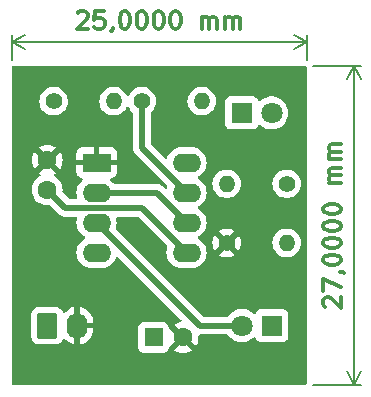
<source format=gbr>
%TF.GenerationSoftware,KiCad,Pcbnew,7.0.5-1.fc38*%
%TF.CreationDate,2023-06-17T15:27:28+03:00*%
%TF.ProjectId,flip flop 555,666c6970-2066-46c6-9f70-203535352e6b,1.0*%
%TF.SameCoordinates,Original*%
%TF.FileFunction,Copper,L1,Top*%
%TF.FilePolarity,Positive*%
%FSLAX46Y46*%
G04 Gerber Fmt 4.6, Leading zero omitted, Abs format (unit mm)*
G04 Created by KiCad (PCBNEW 7.0.5-1.fc38) date 2023-06-17 15:27:28*
%MOMM*%
%LPD*%
G01*
G04 APERTURE LIST*
G04 Aperture macros list*
%AMRoundRect*
0 Rectangle with rounded corners*
0 $1 Rounding radius*
0 $2 $3 $4 $5 $6 $7 $8 $9 X,Y pos of 4 corners*
0 Add a 4 corners polygon primitive as box body*
4,1,4,$2,$3,$4,$5,$6,$7,$8,$9,$2,$3,0*
0 Add four circle primitives for the rounded corners*
1,1,$1+$1,$2,$3*
1,1,$1+$1,$4,$5*
1,1,$1+$1,$6,$7*
1,1,$1+$1,$8,$9*
0 Add four rect primitives between the rounded corners*
20,1,$1+$1,$2,$3,$4,$5,0*
20,1,$1+$1,$4,$5,$6,$7,0*
20,1,$1+$1,$6,$7,$8,$9,0*
20,1,$1+$1,$8,$9,$2,$3,0*%
G04 Aperture macros list end*
%ADD10C,0.300000*%
%TA.AperFunction,NonConductor*%
%ADD11C,0.300000*%
%TD*%
%TA.AperFunction,NonConductor*%
%ADD12C,0.200000*%
%TD*%
%TA.AperFunction,ComponentPad*%
%ADD13O,2.400000X1.600000*%
%TD*%
%TA.AperFunction,ComponentPad*%
%ADD14R,2.400000X1.600000*%
%TD*%
%TA.AperFunction,ComponentPad*%
%ADD15O,1.400000X1.400000*%
%TD*%
%TA.AperFunction,ComponentPad*%
%ADD16C,1.400000*%
%TD*%
%TA.AperFunction,ComponentPad*%
%ADD17O,1.740000X2.190000*%
%TD*%
%TA.AperFunction,ComponentPad*%
%ADD18RoundRect,0.250000X-0.620000X-0.845000X0.620000X-0.845000X0.620000X0.845000X-0.620000X0.845000X0*%
%TD*%
%TA.AperFunction,ComponentPad*%
%ADD19R,1.800000X1.800000*%
%TD*%
%TA.AperFunction,ComponentPad*%
%ADD20C,1.800000*%
%TD*%
%TA.AperFunction,ComponentPad*%
%ADD21C,1.600000*%
%TD*%
%TA.AperFunction,ComponentPad*%
%ADD22R,1.600000X1.600000*%
%TD*%
%TA.AperFunction,Conductor*%
%ADD23C,0.500000*%
%TD*%
G04 APERTURE END LIST*
D10*
D11*
X155521185Y-96428569D02*
X155449757Y-96357141D01*
X155449757Y-96357141D02*
X155378328Y-96214284D01*
X155378328Y-96214284D02*
X155378328Y-95857141D01*
X155378328Y-95857141D02*
X155449757Y-95714284D01*
X155449757Y-95714284D02*
X155521185Y-95642855D01*
X155521185Y-95642855D02*
X155664042Y-95571426D01*
X155664042Y-95571426D02*
X155806900Y-95571426D01*
X155806900Y-95571426D02*
X156021185Y-95642855D01*
X156021185Y-95642855D02*
X156878328Y-96499998D01*
X156878328Y-96499998D02*
X156878328Y-95571426D01*
X155378328Y-95071427D02*
X155378328Y-94071427D01*
X155378328Y-94071427D02*
X156878328Y-94714284D01*
X156806900Y-93428570D02*
X156878328Y-93428570D01*
X156878328Y-93428570D02*
X157021185Y-93499999D01*
X157021185Y-93499999D02*
X157092614Y-93571427D01*
X155378328Y-92499998D02*
X155378328Y-92357141D01*
X155378328Y-92357141D02*
X155449757Y-92214284D01*
X155449757Y-92214284D02*
X155521185Y-92142856D01*
X155521185Y-92142856D02*
X155664042Y-92071427D01*
X155664042Y-92071427D02*
X155949757Y-91999998D01*
X155949757Y-91999998D02*
X156306900Y-91999998D01*
X156306900Y-91999998D02*
X156592614Y-92071427D01*
X156592614Y-92071427D02*
X156735471Y-92142856D01*
X156735471Y-92142856D02*
X156806900Y-92214284D01*
X156806900Y-92214284D02*
X156878328Y-92357141D01*
X156878328Y-92357141D02*
X156878328Y-92499998D01*
X156878328Y-92499998D02*
X156806900Y-92642856D01*
X156806900Y-92642856D02*
X156735471Y-92714284D01*
X156735471Y-92714284D02*
X156592614Y-92785713D01*
X156592614Y-92785713D02*
X156306900Y-92857141D01*
X156306900Y-92857141D02*
X155949757Y-92857141D01*
X155949757Y-92857141D02*
X155664042Y-92785713D01*
X155664042Y-92785713D02*
X155521185Y-92714284D01*
X155521185Y-92714284D02*
X155449757Y-92642856D01*
X155449757Y-92642856D02*
X155378328Y-92499998D01*
X155378328Y-91071427D02*
X155378328Y-90928570D01*
X155378328Y-90928570D02*
X155449757Y-90785713D01*
X155449757Y-90785713D02*
X155521185Y-90714285D01*
X155521185Y-90714285D02*
X155664042Y-90642856D01*
X155664042Y-90642856D02*
X155949757Y-90571427D01*
X155949757Y-90571427D02*
X156306900Y-90571427D01*
X156306900Y-90571427D02*
X156592614Y-90642856D01*
X156592614Y-90642856D02*
X156735471Y-90714285D01*
X156735471Y-90714285D02*
X156806900Y-90785713D01*
X156806900Y-90785713D02*
X156878328Y-90928570D01*
X156878328Y-90928570D02*
X156878328Y-91071427D01*
X156878328Y-91071427D02*
X156806900Y-91214285D01*
X156806900Y-91214285D02*
X156735471Y-91285713D01*
X156735471Y-91285713D02*
X156592614Y-91357142D01*
X156592614Y-91357142D02*
X156306900Y-91428570D01*
X156306900Y-91428570D02*
X155949757Y-91428570D01*
X155949757Y-91428570D02*
X155664042Y-91357142D01*
X155664042Y-91357142D02*
X155521185Y-91285713D01*
X155521185Y-91285713D02*
X155449757Y-91214285D01*
X155449757Y-91214285D02*
X155378328Y-91071427D01*
X155378328Y-89642856D02*
X155378328Y-89499999D01*
X155378328Y-89499999D02*
X155449757Y-89357142D01*
X155449757Y-89357142D02*
X155521185Y-89285714D01*
X155521185Y-89285714D02*
X155664042Y-89214285D01*
X155664042Y-89214285D02*
X155949757Y-89142856D01*
X155949757Y-89142856D02*
X156306900Y-89142856D01*
X156306900Y-89142856D02*
X156592614Y-89214285D01*
X156592614Y-89214285D02*
X156735471Y-89285714D01*
X156735471Y-89285714D02*
X156806900Y-89357142D01*
X156806900Y-89357142D02*
X156878328Y-89499999D01*
X156878328Y-89499999D02*
X156878328Y-89642856D01*
X156878328Y-89642856D02*
X156806900Y-89785714D01*
X156806900Y-89785714D02*
X156735471Y-89857142D01*
X156735471Y-89857142D02*
X156592614Y-89928571D01*
X156592614Y-89928571D02*
X156306900Y-89999999D01*
X156306900Y-89999999D02*
X155949757Y-89999999D01*
X155949757Y-89999999D02*
X155664042Y-89928571D01*
X155664042Y-89928571D02*
X155521185Y-89857142D01*
X155521185Y-89857142D02*
X155449757Y-89785714D01*
X155449757Y-89785714D02*
X155378328Y-89642856D01*
X155378328Y-88214285D02*
X155378328Y-88071428D01*
X155378328Y-88071428D02*
X155449757Y-87928571D01*
X155449757Y-87928571D02*
X155521185Y-87857143D01*
X155521185Y-87857143D02*
X155664042Y-87785714D01*
X155664042Y-87785714D02*
X155949757Y-87714285D01*
X155949757Y-87714285D02*
X156306900Y-87714285D01*
X156306900Y-87714285D02*
X156592614Y-87785714D01*
X156592614Y-87785714D02*
X156735471Y-87857143D01*
X156735471Y-87857143D02*
X156806900Y-87928571D01*
X156806900Y-87928571D02*
X156878328Y-88071428D01*
X156878328Y-88071428D02*
X156878328Y-88214285D01*
X156878328Y-88214285D02*
X156806900Y-88357143D01*
X156806900Y-88357143D02*
X156735471Y-88428571D01*
X156735471Y-88428571D02*
X156592614Y-88500000D01*
X156592614Y-88500000D02*
X156306900Y-88571428D01*
X156306900Y-88571428D02*
X155949757Y-88571428D01*
X155949757Y-88571428D02*
X155664042Y-88500000D01*
X155664042Y-88500000D02*
X155521185Y-88428571D01*
X155521185Y-88428571D02*
X155449757Y-88357143D01*
X155449757Y-88357143D02*
X155378328Y-88214285D01*
X156878328Y-85928572D02*
X155878328Y-85928572D01*
X156021185Y-85928572D02*
X155949757Y-85857143D01*
X155949757Y-85857143D02*
X155878328Y-85714286D01*
X155878328Y-85714286D02*
X155878328Y-85500000D01*
X155878328Y-85500000D02*
X155949757Y-85357143D01*
X155949757Y-85357143D02*
X156092614Y-85285715D01*
X156092614Y-85285715D02*
X156878328Y-85285715D01*
X156092614Y-85285715D02*
X155949757Y-85214286D01*
X155949757Y-85214286D02*
X155878328Y-85071429D01*
X155878328Y-85071429D02*
X155878328Y-84857143D01*
X155878328Y-84857143D02*
X155949757Y-84714286D01*
X155949757Y-84714286D02*
X156092614Y-84642857D01*
X156092614Y-84642857D02*
X156878328Y-84642857D01*
X156878328Y-83928572D02*
X155878328Y-83928572D01*
X156021185Y-83928572D02*
X155949757Y-83857143D01*
X155949757Y-83857143D02*
X155878328Y-83714286D01*
X155878328Y-83714286D02*
X155878328Y-83500000D01*
X155878328Y-83500000D02*
X155949757Y-83357143D01*
X155949757Y-83357143D02*
X156092614Y-83285715D01*
X156092614Y-83285715D02*
X156878328Y-83285715D01*
X156092614Y-83285715D02*
X155949757Y-83214286D01*
X155949757Y-83214286D02*
X155878328Y-83071429D01*
X155878328Y-83071429D02*
X155878328Y-82857143D01*
X155878328Y-82857143D02*
X155949757Y-82714286D01*
X155949757Y-82714286D02*
X156092614Y-82642857D01*
X156092614Y-82642857D02*
X156878328Y-82642857D01*
D12*
X154500000Y-103000000D02*
X158586420Y-103000000D01*
X154500000Y-76000000D02*
X158586420Y-76000000D01*
X158000000Y-103000000D02*
X158000000Y-76000000D01*
X158000000Y-103000000D02*
X158000000Y-76000000D01*
X158000000Y-103000000D02*
X157413579Y-101873496D01*
X158000000Y-103000000D02*
X158586421Y-101873496D01*
X158000000Y-76000000D02*
X158586421Y-77126504D01*
X158000000Y-76000000D02*
X157413579Y-77126504D01*
D10*
D11*
X134571430Y-71521185D02*
X134642858Y-71449757D01*
X134642858Y-71449757D02*
X134785716Y-71378328D01*
X134785716Y-71378328D02*
X135142858Y-71378328D01*
X135142858Y-71378328D02*
X135285716Y-71449757D01*
X135285716Y-71449757D02*
X135357144Y-71521185D01*
X135357144Y-71521185D02*
X135428573Y-71664042D01*
X135428573Y-71664042D02*
X135428573Y-71806900D01*
X135428573Y-71806900D02*
X135357144Y-72021185D01*
X135357144Y-72021185D02*
X134500001Y-72878328D01*
X134500001Y-72878328D02*
X135428573Y-72878328D01*
X136785715Y-71378328D02*
X136071429Y-71378328D01*
X136071429Y-71378328D02*
X136000001Y-72092614D01*
X136000001Y-72092614D02*
X136071429Y-72021185D01*
X136071429Y-72021185D02*
X136214287Y-71949757D01*
X136214287Y-71949757D02*
X136571429Y-71949757D01*
X136571429Y-71949757D02*
X136714287Y-72021185D01*
X136714287Y-72021185D02*
X136785715Y-72092614D01*
X136785715Y-72092614D02*
X136857144Y-72235471D01*
X136857144Y-72235471D02*
X136857144Y-72592614D01*
X136857144Y-72592614D02*
X136785715Y-72735471D01*
X136785715Y-72735471D02*
X136714287Y-72806900D01*
X136714287Y-72806900D02*
X136571429Y-72878328D01*
X136571429Y-72878328D02*
X136214287Y-72878328D01*
X136214287Y-72878328D02*
X136071429Y-72806900D01*
X136071429Y-72806900D02*
X136000001Y-72735471D01*
X137571429Y-72806900D02*
X137571429Y-72878328D01*
X137571429Y-72878328D02*
X137500000Y-73021185D01*
X137500000Y-73021185D02*
X137428572Y-73092614D01*
X138500001Y-71378328D02*
X138642858Y-71378328D01*
X138642858Y-71378328D02*
X138785715Y-71449757D01*
X138785715Y-71449757D02*
X138857144Y-71521185D01*
X138857144Y-71521185D02*
X138928572Y-71664042D01*
X138928572Y-71664042D02*
X139000001Y-71949757D01*
X139000001Y-71949757D02*
X139000001Y-72306900D01*
X139000001Y-72306900D02*
X138928572Y-72592614D01*
X138928572Y-72592614D02*
X138857144Y-72735471D01*
X138857144Y-72735471D02*
X138785715Y-72806900D01*
X138785715Y-72806900D02*
X138642858Y-72878328D01*
X138642858Y-72878328D02*
X138500001Y-72878328D01*
X138500001Y-72878328D02*
X138357144Y-72806900D01*
X138357144Y-72806900D02*
X138285715Y-72735471D01*
X138285715Y-72735471D02*
X138214286Y-72592614D01*
X138214286Y-72592614D02*
X138142858Y-72306900D01*
X138142858Y-72306900D02*
X138142858Y-71949757D01*
X138142858Y-71949757D02*
X138214286Y-71664042D01*
X138214286Y-71664042D02*
X138285715Y-71521185D01*
X138285715Y-71521185D02*
X138357144Y-71449757D01*
X138357144Y-71449757D02*
X138500001Y-71378328D01*
X139928572Y-71378328D02*
X140071429Y-71378328D01*
X140071429Y-71378328D02*
X140214286Y-71449757D01*
X140214286Y-71449757D02*
X140285715Y-71521185D01*
X140285715Y-71521185D02*
X140357143Y-71664042D01*
X140357143Y-71664042D02*
X140428572Y-71949757D01*
X140428572Y-71949757D02*
X140428572Y-72306900D01*
X140428572Y-72306900D02*
X140357143Y-72592614D01*
X140357143Y-72592614D02*
X140285715Y-72735471D01*
X140285715Y-72735471D02*
X140214286Y-72806900D01*
X140214286Y-72806900D02*
X140071429Y-72878328D01*
X140071429Y-72878328D02*
X139928572Y-72878328D01*
X139928572Y-72878328D02*
X139785715Y-72806900D01*
X139785715Y-72806900D02*
X139714286Y-72735471D01*
X139714286Y-72735471D02*
X139642857Y-72592614D01*
X139642857Y-72592614D02*
X139571429Y-72306900D01*
X139571429Y-72306900D02*
X139571429Y-71949757D01*
X139571429Y-71949757D02*
X139642857Y-71664042D01*
X139642857Y-71664042D02*
X139714286Y-71521185D01*
X139714286Y-71521185D02*
X139785715Y-71449757D01*
X139785715Y-71449757D02*
X139928572Y-71378328D01*
X141357143Y-71378328D02*
X141500000Y-71378328D01*
X141500000Y-71378328D02*
X141642857Y-71449757D01*
X141642857Y-71449757D02*
X141714286Y-71521185D01*
X141714286Y-71521185D02*
X141785714Y-71664042D01*
X141785714Y-71664042D02*
X141857143Y-71949757D01*
X141857143Y-71949757D02*
X141857143Y-72306900D01*
X141857143Y-72306900D02*
X141785714Y-72592614D01*
X141785714Y-72592614D02*
X141714286Y-72735471D01*
X141714286Y-72735471D02*
X141642857Y-72806900D01*
X141642857Y-72806900D02*
X141500000Y-72878328D01*
X141500000Y-72878328D02*
X141357143Y-72878328D01*
X141357143Y-72878328D02*
X141214286Y-72806900D01*
X141214286Y-72806900D02*
X141142857Y-72735471D01*
X141142857Y-72735471D02*
X141071428Y-72592614D01*
X141071428Y-72592614D02*
X141000000Y-72306900D01*
X141000000Y-72306900D02*
X141000000Y-71949757D01*
X141000000Y-71949757D02*
X141071428Y-71664042D01*
X141071428Y-71664042D02*
X141142857Y-71521185D01*
X141142857Y-71521185D02*
X141214286Y-71449757D01*
X141214286Y-71449757D02*
X141357143Y-71378328D01*
X142785714Y-71378328D02*
X142928571Y-71378328D01*
X142928571Y-71378328D02*
X143071428Y-71449757D01*
X143071428Y-71449757D02*
X143142857Y-71521185D01*
X143142857Y-71521185D02*
X143214285Y-71664042D01*
X143214285Y-71664042D02*
X143285714Y-71949757D01*
X143285714Y-71949757D02*
X143285714Y-72306900D01*
X143285714Y-72306900D02*
X143214285Y-72592614D01*
X143214285Y-72592614D02*
X143142857Y-72735471D01*
X143142857Y-72735471D02*
X143071428Y-72806900D01*
X143071428Y-72806900D02*
X142928571Y-72878328D01*
X142928571Y-72878328D02*
X142785714Y-72878328D01*
X142785714Y-72878328D02*
X142642857Y-72806900D01*
X142642857Y-72806900D02*
X142571428Y-72735471D01*
X142571428Y-72735471D02*
X142499999Y-72592614D01*
X142499999Y-72592614D02*
X142428571Y-72306900D01*
X142428571Y-72306900D02*
X142428571Y-71949757D01*
X142428571Y-71949757D02*
X142499999Y-71664042D01*
X142499999Y-71664042D02*
X142571428Y-71521185D01*
X142571428Y-71521185D02*
X142642857Y-71449757D01*
X142642857Y-71449757D02*
X142785714Y-71378328D01*
X145071427Y-72878328D02*
X145071427Y-71878328D01*
X145071427Y-72021185D02*
X145142856Y-71949757D01*
X145142856Y-71949757D02*
X145285713Y-71878328D01*
X145285713Y-71878328D02*
X145499999Y-71878328D01*
X145499999Y-71878328D02*
X145642856Y-71949757D01*
X145642856Y-71949757D02*
X145714285Y-72092614D01*
X145714285Y-72092614D02*
X145714285Y-72878328D01*
X145714285Y-72092614D02*
X145785713Y-71949757D01*
X145785713Y-71949757D02*
X145928570Y-71878328D01*
X145928570Y-71878328D02*
X146142856Y-71878328D01*
X146142856Y-71878328D02*
X146285713Y-71949757D01*
X146285713Y-71949757D02*
X146357142Y-72092614D01*
X146357142Y-72092614D02*
X146357142Y-72878328D01*
X147071427Y-72878328D02*
X147071427Y-71878328D01*
X147071427Y-72021185D02*
X147142856Y-71949757D01*
X147142856Y-71949757D02*
X147285713Y-71878328D01*
X147285713Y-71878328D02*
X147499999Y-71878328D01*
X147499999Y-71878328D02*
X147642856Y-71949757D01*
X147642856Y-71949757D02*
X147714285Y-72092614D01*
X147714285Y-72092614D02*
X147714285Y-72878328D01*
X147714285Y-72092614D02*
X147785713Y-71949757D01*
X147785713Y-71949757D02*
X147928570Y-71878328D01*
X147928570Y-71878328D02*
X148142856Y-71878328D01*
X148142856Y-71878328D02*
X148285713Y-71949757D01*
X148285713Y-71949757D02*
X148357142Y-72092614D01*
X148357142Y-72092614D02*
X148357142Y-72878328D01*
D12*
X129000000Y-75500000D02*
X129000000Y-73413580D01*
X154000000Y-75500000D02*
X154000000Y-73413580D01*
X129000000Y-74000000D02*
X154000000Y-74000000D01*
X129000000Y-74000000D02*
X154000000Y-74000000D01*
X129000000Y-74000000D02*
X130126504Y-73413579D01*
X129000000Y-74000000D02*
X130126504Y-74586421D01*
X154000000Y-74000000D02*
X152873496Y-74586421D01*
X154000000Y-74000000D02*
X152873496Y-73413579D01*
D13*
%TO.P,U1,8,VCC*%
%TO.N,+5V*%
X143795000Y-84200000D03*
%TO.P,U1,7,DIS*%
%TO.N,Net-(U1-DIS)*%
X143795000Y-86740000D03*
%TO.P,U1,6,THR*%
%TO.N,Net-(U1-THR)*%
X143795000Y-89280000D03*
%TO.P,U1,5,CV*%
%TO.N,Net-(U1-CV)*%
X143795000Y-91820000D03*
%TO.P,U1,4,R*%
%TO.N,+5V*%
X136175000Y-91820000D03*
%TO.P,U1,3,Q*%
%TO.N,Net-(D1-K)*%
X136175000Y-89280000D03*
%TO.P,U1,2,TR*%
%TO.N,Net-(U1-THR)*%
X136175000Y-86740000D03*
D14*
%TO.P,U1,1,GND*%
%TO.N,GND*%
X136175000Y-84200000D03*
%TD*%
D15*
%TO.P,R4,2*%
%TO.N,Net-(U1-DIS)*%
X137620000Y-79000000D03*
D16*
%TO.P,R4,1*%
%TO.N,Net-(U1-THR)*%
X132540000Y-79000000D03*
%TD*%
%TO.P,R3,1*%
%TO.N,Net-(U1-DIS)*%
X140000000Y-79000000D03*
D15*
%TO.P,R3,2*%
%TO.N,+5V*%
X145080000Y-79000000D03*
%TD*%
D16*
%TO.P,R2,1*%
%TO.N,GND*%
X147195000Y-91000000D03*
D15*
%TO.P,R2,2*%
%TO.N,Net-(D2-K)*%
X152275000Y-91000000D03*
%TD*%
D16*
%TO.P,R1,1*%
%TO.N,Net-(D1-A)*%
X152275000Y-86000000D03*
D15*
%TO.P,R1,2*%
%TO.N,+5V*%
X147195000Y-86000000D03*
%TD*%
D17*
%TO.P,J2,2,Pin_2*%
%TO.N,GND*%
X134540000Y-98000000D03*
D18*
%TO.P,J2,1,Pin_1*%
%TO.N,+5V*%
X132000000Y-98000000D03*
%TD*%
D19*
%TO.P,D2,1,K*%
%TO.N,Net-(D2-K)*%
X151010000Y-98000000D03*
D20*
%TO.P,D2,2,A*%
%TO.N,Net-(D1-K)*%
X148470000Y-98000000D03*
%TD*%
D19*
%TO.P,D1,1,K*%
%TO.N,Net-(D1-K)*%
X148460000Y-80000000D03*
D20*
%TO.P,D1,2,A*%
%TO.N,Net-(D1-A)*%
X151000000Y-80000000D03*
%TD*%
D21*
%TO.P,C3,2*%
%TO.N,GND*%
X132000000Y-84000000D03*
%TO.P,C3,1*%
%TO.N,Net-(U1-CV)*%
X132000000Y-86500000D03*
%TD*%
%TO.P,C2,2*%
%TO.N,GND*%
X143500000Y-99000000D03*
D22*
%TO.P,C2,1*%
%TO.N,Net-(U1-THR)*%
X141000000Y-99000000D03*
%TD*%
D23*
%TO.N,Net-(U1-THR)*%
X136175000Y-86740000D02*
X141255000Y-86740000D01*
X141255000Y-86740000D02*
X143795000Y-89280000D01*
%TO.N,Net-(U1-DIS)*%
X143795000Y-86740000D02*
X140000000Y-82945000D01*
X140000000Y-82945000D02*
X140000000Y-79000000D01*
%TO.N,Net-(U1-CV)*%
X132000000Y-86500000D02*
X133530000Y-88030000D01*
X140005000Y-88030000D02*
X143795000Y-91820000D01*
X133530000Y-88030000D02*
X140005000Y-88030000D01*
%TO.N,Net-(D1-K)*%
X136175000Y-89280000D02*
X144895000Y-98000000D01*
X144895000Y-98000000D02*
X148470000Y-98000000D01*
%TD*%
%TA.AperFunction,Conductor*%
%TO.N,GND*%
G36*
X153942539Y-76020185D02*
G01*
X153988294Y-76072989D01*
X153999500Y-76124500D01*
X153999500Y-102875500D01*
X153979815Y-102942539D01*
X153927011Y-102988294D01*
X153875500Y-102999500D01*
X129124500Y-102999500D01*
X129057461Y-102979815D01*
X129011706Y-102927011D01*
X129000500Y-102875500D01*
X129000500Y-98895001D01*
X130629500Y-98895001D01*
X130629501Y-98895018D01*
X130640000Y-98997796D01*
X130640001Y-98997799D01*
X130695185Y-99164331D01*
X130695187Y-99164336D01*
X130730069Y-99220888D01*
X130787288Y-99313656D01*
X130911344Y-99437712D01*
X131060666Y-99529814D01*
X131227203Y-99584999D01*
X131329991Y-99595500D01*
X132670008Y-99595499D01*
X132772797Y-99584999D01*
X132939334Y-99529814D01*
X133088656Y-99437712D01*
X133212712Y-99313656D01*
X133304814Y-99164334D01*
X133304817Y-99164322D01*
X133306095Y-99161584D01*
X133307480Y-99160010D01*
X133308605Y-99158187D01*
X133308916Y-99158379D01*
X133352263Y-99109141D01*
X133419455Y-99089983D01*
X133486338Y-99110193D01*
X133508005Y-99128179D01*
X133631603Y-99257139D01*
X133631604Y-99257140D01*
X133819097Y-99395810D01*
X134027338Y-99500803D01*
X134250330Y-99569093D01*
X134250328Y-99569093D01*
X134289999Y-99574173D01*
X134290000Y-99574173D01*
X134290000Y-98540469D01*
X134384674Y-98579685D01*
X134501003Y-98595000D01*
X134578997Y-98595000D01*
X134695326Y-98579685D01*
X134790000Y-98540469D01*
X134790000Y-99572574D01*
X134942618Y-99539683D01*
X134942619Y-99539683D01*
X135159005Y-99452732D01*
X135357592Y-99330458D01*
X135532656Y-99176382D01*
X135532660Y-99176378D01*
X135679157Y-98994945D01*
X135679161Y-98994939D01*
X135792895Y-98791346D01*
X135870585Y-98571461D01*
X135870587Y-98571453D01*
X135909999Y-98341612D01*
X135910000Y-98341603D01*
X135910000Y-98250000D01*
X135080470Y-98250000D01*
X135119685Y-98155326D01*
X135140134Y-98000000D01*
X135119685Y-97844674D01*
X135080470Y-97750000D01*
X135910000Y-97750000D01*
X135910000Y-97716805D01*
X135909999Y-97716787D01*
X135895177Y-97542636D01*
X135836412Y-97316948D01*
X135740356Y-97104447D01*
X135740351Y-97104439D01*
X135609764Y-96911228D01*
X135448396Y-96742860D01*
X135448395Y-96742859D01*
X135260902Y-96604189D01*
X135052661Y-96499196D01*
X134829675Y-96430907D01*
X134829669Y-96430906D01*
X134790000Y-96425825D01*
X134790000Y-97459530D01*
X134695326Y-97420315D01*
X134578997Y-97405000D01*
X134501003Y-97405000D01*
X134384674Y-97420315D01*
X134290000Y-97459530D01*
X134290000Y-96427424D01*
X134289999Y-96427424D01*
X134137380Y-96460316D01*
X134137379Y-96460316D01*
X133920994Y-96547267D01*
X133722407Y-96669541D01*
X133547343Y-96823617D01*
X133514899Y-96863798D01*
X133457468Y-96903590D01*
X133387640Y-96906015D01*
X133327586Y-96870304D01*
X133306036Y-96838290D01*
X133304816Y-96835674D01*
X133304814Y-96835666D01*
X133212712Y-96686344D01*
X133088656Y-96562288D01*
X132939334Y-96470186D01*
X132772797Y-96415001D01*
X132772795Y-96415000D01*
X132670010Y-96404500D01*
X131329998Y-96404500D01*
X131329981Y-96404501D01*
X131227203Y-96415000D01*
X131227200Y-96415001D01*
X131060668Y-96470185D01*
X131060663Y-96470187D01*
X130911342Y-96562289D01*
X130787289Y-96686342D01*
X130695187Y-96835663D01*
X130695185Y-96835668D01*
X130687894Y-96857671D01*
X130640001Y-97002203D01*
X130640001Y-97002204D01*
X130640000Y-97002204D01*
X130629500Y-97104983D01*
X130629500Y-98895001D01*
X129000500Y-98895001D01*
X129000500Y-86500001D01*
X130694532Y-86500001D01*
X130714364Y-86726686D01*
X130714366Y-86726697D01*
X130773258Y-86946488D01*
X130773261Y-86946497D01*
X130869431Y-87152732D01*
X130869432Y-87152734D01*
X130999954Y-87339141D01*
X131160858Y-87500045D01*
X131160861Y-87500047D01*
X131347266Y-87630568D01*
X131553504Y-87726739D01*
X131773308Y-87785635D01*
X131935230Y-87799801D01*
X131999998Y-87805468D01*
X132000000Y-87805468D01*
X132000001Y-87805468D01*
X132020062Y-87803712D01*
X132166861Y-87790869D01*
X132235359Y-87804635D01*
X132265348Y-87826716D01*
X132954270Y-88515638D01*
X132966051Y-88529270D01*
X132980388Y-88548528D01*
X133020409Y-88582111D01*
X133024397Y-88585766D01*
X133030217Y-88591586D01*
X133030222Y-88591590D01*
X133030223Y-88591591D01*
X133055263Y-88611390D01*
X133056644Y-88612515D01*
X133114786Y-88661302D01*
X133114787Y-88661302D01*
X133114789Y-88661304D01*
X133120818Y-88665270D01*
X133120785Y-88665319D01*
X133127147Y-88669372D01*
X133127179Y-88669321D01*
X133133319Y-88673108D01*
X133133323Y-88673111D01*
X133171278Y-88690809D01*
X133202137Y-88705200D01*
X133203760Y-88705986D01*
X133271562Y-88740038D01*
X133278357Y-88742511D01*
X133278336Y-88742567D01*
X133285457Y-88745043D01*
X133285476Y-88744986D01*
X133292319Y-88747253D01*
X133292327Y-88747257D01*
X133366748Y-88762623D01*
X133368371Y-88762983D01*
X133442279Y-88780500D01*
X133442280Y-88780500D01*
X133442284Y-88780501D01*
X133449453Y-88781339D01*
X133449446Y-88781398D01*
X133456944Y-88782164D01*
X133456950Y-88782105D01*
X133464139Y-88782734D01*
X133464143Y-88782733D01*
X133464144Y-88782734D01*
X133492229Y-88781916D01*
X133540032Y-88780526D01*
X133541835Y-88780500D01*
X134400863Y-88780500D01*
X134467902Y-88800185D01*
X134513657Y-88852989D01*
X134523601Y-88922147D01*
X134520638Y-88936593D01*
X134489366Y-89053302D01*
X134489364Y-89053313D01*
X134469532Y-89279998D01*
X134469532Y-89280001D01*
X134489364Y-89506686D01*
X134489366Y-89506697D01*
X134548258Y-89726488D01*
X134548261Y-89726497D01*
X134644431Y-89932732D01*
X134644432Y-89932734D01*
X134774954Y-90119141D01*
X134935858Y-90280045D01*
X134935861Y-90280047D01*
X135122266Y-90410568D01*
X135180275Y-90437618D01*
X135232714Y-90483791D01*
X135251866Y-90550984D01*
X135231650Y-90617865D01*
X135180275Y-90662382D01*
X135122267Y-90689431D01*
X135122265Y-90689432D01*
X134935858Y-90819954D01*
X134774954Y-90980858D01*
X134644432Y-91167265D01*
X134644431Y-91167267D01*
X134548261Y-91373502D01*
X134548258Y-91373511D01*
X134489366Y-91593302D01*
X134489364Y-91593313D01*
X134469532Y-91819998D01*
X134469532Y-91820001D01*
X134489364Y-92046686D01*
X134489366Y-92046697D01*
X134548258Y-92266488D01*
X134548261Y-92266497D01*
X134644431Y-92472732D01*
X134644432Y-92472734D01*
X134774954Y-92659141D01*
X134935858Y-92820045D01*
X134935861Y-92820047D01*
X135122266Y-92950568D01*
X135328504Y-93046739D01*
X135548308Y-93105635D01*
X135718214Y-93120499D01*
X135718215Y-93120500D01*
X135718216Y-93120500D01*
X136631785Y-93120500D01*
X136631785Y-93120499D01*
X136801692Y-93105635D01*
X137021496Y-93046739D01*
X137227734Y-92950568D01*
X137414139Y-92820047D01*
X137575047Y-92659139D01*
X137705568Y-92472734D01*
X137801739Y-92266496D01*
X137809208Y-92238619D01*
X137845571Y-92178960D01*
X137908417Y-92148429D01*
X137977792Y-92156722D01*
X138016664Y-92183031D01*
X143338822Y-97505189D01*
X143372307Y-97566512D01*
X143367323Y-97636204D01*
X143325451Y-97692137D01*
X143278372Y-97712520D01*
X143278624Y-97713458D01*
X143053682Y-97773730D01*
X143053673Y-97773734D01*
X142847513Y-97869868D01*
X142774526Y-97920973D01*
X143455599Y-98602046D01*
X143374852Y-98614835D01*
X143261955Y-98672359D01*
X143172359Y-98761955D01*
X143114835Y-98874852D01*
X143102046Y-98955599D01*
X142415798Y-98269351D01*
X142366805Y-98259505D01*
X142316623Y-98210889D01*
X142301981Y-98155366D01*
X142300900Y-98155423D01*
X142300854Y-98155429D01*
X142300853Y-98155426D01*
X142300676Y-98155436D01*
X142300499Y-98152135D01*
X142300499Y-98152128D01*
X142294091Y-98092517D01*
X142259584Y-98000000D01*
X142243797Y-97957671D01*
X142243793Y-97957664D01*
X142157547Y-97842455D01*
X142157544Y-97842452D01*
X142042335Y-97756206D01*
X142042328Y-97756202D01*
X141907482Y-97705908D01*
X141907483Y-97705908D01*
X141847883Y-97699501D01*
X141847881Y-97699500D01*
X141847873Y-97699500D01*
X141847864Y-97699500D01*
X140152129Y-97699500D01*
X140152123Y-97699501D01*
X140092516Y-97705908D01*
X139957671Y-97756202D01*
X139957664Y-97756206D01*
X139842455Y-97842452D01*
X139842452Y-97842455D01*
X139756206Y-97957664D01*
X139756202Y-97957671D01*
X139705908Y-98092517D01*
X139699501Y-98152116D01*
X139699501Y-98152123D01*
X139699500Y-98152135D01*
X139699500Y-99847870D01*
X139699501Y-99847876D01*
X139705908Y-99907483D01*
X139756202Y-100042328D01*
X139756206Y-100042335D01*
X139842452Y-100157544D01*
X139842455Y-100157547D01*
X139957664Y-100243793D01*
X139957671Y-100243797D01*
X140092517Y-100294091D01*
X140092516Y-100294091D01*
X140099444Y-100294835D01*
X140152127Y-100300500D01*
X141847872Y-100300499D01*
X141907483Y-100294091D01*
X142042331Y-100243796D01*
X142157546Y-100157546D01*
X142243796Y-100042331D01*
X142294091Y-99907483D01*
X142300500Y-99847873D01*
X142300499Y-99847845D01*
X142300678Y-99844547D01*
X142302183Y-99844627D01*
X142320112Y-99783326D01*
X142372868Y-99737514D01*
X142416464Y-99729981D01*
X143102046Y-99044399D01*
X143114835Y-99125148D01*
X143172359Y-99238045D01*
X143261955Y-99327641D01*
X143374852Y-99385165D01*
X143455597Y-99397953D01*
X142774526Y-100079025D01*
X142774526Y-100079026D01*
X142847512Y-100130131D01*
X142847516Y-100130133D01*
X143053673Y-100226265D01*
X143053682Y-100226269D01*
X143273389Y-100285139D01*
X143273400Y-100285141D01*
X143499998Y-100304966D01*
X143500002Y-100304966D01*
X143726599Y-100285141D01*
X143726610Y-100285139D01*
X143946317Y-100226269D01*
X143946331Y-100226264D01*
X144152478Y-100130136D01*
X144225472Y-100079025D01*
X143544399Y-99397953D01*
X143625148Y-99385165D01*
X143738045Y-99327641D01*
X143827641Y-99238045D01*
X143885165Y-99125148D01*
X143897953Y-99044400D01*
X144579025Y-99725472D01*
X144630136Y-99652478D01*
X144726264Y-99446331D01*
X144726269Y-99446317D01*
X144785139Y-99226610D01*
X144785141Y-99226599D01*
X144804966Y-99000002D01*
X144804966Y-98999997D01*
X144794932Y-98885307D01*
X144808699Y-98816807D01*
X144857314Y-98766624D01*
X144918460Y-98750500D01*
X147220315Y-98750500D01*
X147287354Y-98770185D01*
X147324123Y-98806678D01*
X147361015Y-98863145D01*
X147361017Y-98863147D01*
X147361021Y-98863153D01*
X147518216Y-99033913D01*
X147518219Y-99033915D01*
X147518222Y-99033918D01*
X147701365Y-99176464D01*
X147701371Y-99176468D01*
X147701374Y-99176470D01*
X147905497Y-99286936D01*
X147983330Y-99313656D01*
X148125015Y-99362297D01*
X148125017Y-99362297D01*
X148125019Y-99362298D01*
X148353951Y-99400500D01*
X148353952Y-99400500D01*
X148586048Y-99400500D01*
X148586049Y-99400500D01*
X148814981Y-99362298D01*
X149034503Y-99286936D01*
X149238626Y-99176470D01*
X149254219Y-99164334D01*
X149381212Y-99065491D01*
X149421784Y-99033913D01*
X149430130Y-99024846D01*
X149490010Y-98988854D01*
X149559849Y-98990949D01*
X149617468Y-99030469D01*
X149637544Y-99065491D01*
X149666203Y-99142330D01*
X149666206Y-99142335D01*
X149752452Y-99257544D01*
X149752455Y-99257547D01*
X149867664Y-99343793D01*
X149867671Y-99343797D01*
X150002517Y-99394091D01*
X150002516Y-99394091D01*
X150009444Y-99394835D01*
X150062127Y-99400500D01*
X151957872Y-99400499D01*
X152017483Y-99394091D01*
X152152331Y-99343796D01*
X152267546Y-99257546D01*
X152353796Y-99142331D01*
X152404091Y-99007483D01*
X152410500Y-98947873D01*
X152410499Y-97052128D01*
X152404091Y-96992517D01*
X152394233Y-96966087D01*
X152353797Y-96857671D01*
X152353793Y-96857664D01*
X152267547Y-96742455D01*
X152267544Y-96742452D01*
X152152335Y-96656206D01*
X152152328Y-96656202D01*
X152017482Y-96605908D01*
X152017483Y-96605908D01*
X151957883Y-96599501D01*
X151957881Y-96599500D01*
X151957873Y-96599500D01*
X151957864Y-96599500D01*
X150062129Y-96599500D01*
X150062123Y-96599501D01*
X150002516Y-96605908D01*
X149867671Y-96656202D01*
X149867664Y-96656206D01*
X149752455Y-96742452D01*
X149752452Y-96742455D01*
X149666206Y-96857664D01*
X149666203Y-96857670D01*
X149637544Y-96934508D01*
X149595672Y-96990441D01*
X149530208Y-97014858D01*
X149461935Y-97000006D01*
X149430135Y-96975158D01*
X149421784Y-96966087D01*
X149421778Y-96966082D01*
X149421777Y-96966081D01*
X149238634Y-96823535D01*
X149238628Y-96823531D01*
X149034504Y-96713064D01*
X149034495Y-96713061D01*
X148814984Y-96637702D01*
X148624450Y-96605908D01*
X148586049Y-96599500D01*
X148353951Y-96599500D01*
X148315550Y-96605908D01*
X148125015Y-96637702D01*
X147905504Y-96713061D01*
X147905495Y-96713064D01*
X147701371Y-96823531D01*
X147701365Y-96823535D01*
X147518222Y-96966081D01*
X147518219Y-96966084D01*
X147518216Y-96966086D01*
X147518216Y-96966087D01*
X147390346Y-97104992D01*
X147361015Y-97136854D01*
X147324123Y-97193322D01*
X147270977Y-97238678D01*
X147220315Y-97249500D01*
X145257230Y-97249500D01*
X145190191Y-97229815D01*
X145169549Y-97213181D01*
X137825330Y-89868962D01*
X137791845Y-89807639D01*
X137796829Y-89737947D01*
X137800632Y-89728870D01*
X137800710Y-89728701D01*
X137801739Y-89726496D01*
X137860635Y-89506692D01*
X137880468Y-89280000D01*
X137860635Y-89053308D01*
X137831152Y-88943275D01*
X137829362Y-88936593D01*
X137831025Y-88866743D01*
X137870188Y-88808881D01*
X137934417Y-88781377D01*
X137949137Y-88780500D01*
X139642770Y-88780500D01*
X139709809Y-88800185D01*
X139730451Y-88816819D01*
X142144670Y-91231037D01*
X142178155Y-91292360D01*
X142173171Y-91362052D01*
X142169377Y-91371111D01*
X142168259Y-91373507D01*
X142109366Y-91593302D01*
X142109364Y-91593313D01*
X142089532Y-91819998D01*
X142089532Y-91820001D01*
X142109364Y-92046686D01*
X142109366Y-92046697D01*
X142168258Y-92266488D01*
X142168261Y-92266497D01*
X142264431Y-92472732D01*
X142264432Y-92472734D01*
X142394954Y-92659141D01*
X142555858Y-92820045D01*
X142555861Y-92820047D01*
X142742266Y-92950568D01*
X142948504Y-93046739D01*
X143168308Y-93105635D01*
X143338214Y-93120499D01*
X143338215Y-93120500D01*
X143338216Y-93120500D01*
X144251785Y-93120500D01*
X144251785Y-93120499D01*
X144421692Y-93105635D01*
X144641496Y-93046739D01*
X144847734Y-92950568D01*
X145034139Y-92820047D01*
X145195047Y-92659139D01*
X145325568Y-92472734D01*
X145421739Y-92266496D01*
X145480635Y-92046692D01*
X145484118Y-92006880D01*
X146541672Y-92006880D01*
X146657821Y-92078797D01*
X146657822Y-92078798D01*
X146865195Y-92159134D01*
X147083807Y-92200000D01*
X147306193Y-92200000D01*
X147524809Y-92159133D01*
X147732168Y-92078801D01*
X147732181Y-92078795D01*
X147848326Y-92006879D01*
X147195001Y-91353553D01*
X147195000Y-91353553D01*
X146541672Y-92006879D01*
X146541672Y-92006880D01*
X145484118Y-92006880D01*
X145500468Y-91820000D01*
X145480635Y-91593308D01*
X145421739Y-91373504D01*
X145325568Y-91167266D01*
X145208448Y-91000000D01*
X145989859Y-91000000D01*
X146010378Y-91221439D01*
X146071240Y-91435350D01*
X146170369Y-91634428D01*
X146186137Y-91655308D01*
X146186138Y-91655308D01*
X146812145Y-91029302D01*
X146841372Y-91029302D01*
X146870047Y-91142538D01*
X146933936Y-91240327D01*
X147026115Y-91312072D01*
X147136595Y-91350000D01*
X147224005Y-91350000D01*
X147310216Y-91335614D01*
X147412947Y-91280019D01*
X147492060Y-91194079D01*
X147538982Y-91087108D01*
X147546200Y-91000000D01*
X147548553Y-91000000D01*
X148203861Y-91655308D01*
X148219631Y-91634425D01*
X148219633Y-91634422D01*
X148318759Y-91435350D01*
X148379621Y-91221439D01*
X148400140Y-91000000D01*
X151069356Y-91000000D01*
X151089884Y-91221535D01*
X151089885Y-91221537D01*
X151150769Y-91435523D01*
X151150775Y-91435538D01*
X151249938Y-91634683D01*
X151249943Y-91634691D01*
X151384020Y-91812238D01*
X151548437Y-91962123D01*
X151548439Y-91962125D01*
X151737595Y-92079245D01*
X151737596Y-92079245D01*
X151737599Y-92079247D01*
X151945060Y-92159618D01*
X152163757Y-92200500D01*
X152163759Y-92200500D01*
X152386241Y-92200500D01*
X152386243Y-92200500D01*
X152604940Y-92159618D01*
X152812401Y-92079247D01*
X153001562Y-91962124D01*
X153165981Y-91812236D01*
X153300058Y-91634689D01*
X153399229Y-91435528D01*
X153460115Y-91221536D01*
X153480643Y-91000000D01*
X153460115Y-90778464D01*
X153399229Y-90564472D01*
X153392023Y-90550000D01*
X153300061Y-90365316D01*
X153300056Y-90365308D01*
X153165979Y-90187761D01*
X153001562Y-90037876D01*
X153001560Y-90037874D01*
X152812404Y-89920754D01*
X152812398Y-89920752D01*
X152604940Y-89840382D01*
X152386243Y-89799500D01*
X152163757Y-89799500D01*
X151945060Y-89840382D01*
X151871287Y-89868962D01*
X151737601Y-89920752D01*
X151737595Y-89920754D01*
X151548439Y-90037874D01*
X151548437Y-90037876D01*
X151384020Y-90187761D01*
X151249943Y-90365308D01*
X151249938Y-90365316D01*
X151150775Y-90564461D01*
X151150769Y-90564476D01*
X151089885Y-90778462D01*
X151089884Y-90778464D01*
X151069356Y-90999999D01*
X151069356Y-91000000D01*
X148400140Y-91000000D01*
X148400140Y-90999999D01*
X148379621Y-90778560D01*
X148318759Y-90564649D01*
X148219635Y-90365580D01*
X148219630Y-90365572D01*
X148203860Y-90344690D01*
X147548553Y-90999999D01*
X147548553Y-91000000D01*
X147546200Y-91000000D01*
X147548628Y-90970698D01*
X147519953Y-90857462D01*
X147456064Y-90759673D01*
X147363885Y-90687928D01*
X147253405Y-90650000D01*
X147165995Y-90650000D01*
X147079784Y-90664386D01*
X146977053Y-90719981D01*
X146897940Y-90805921D01*
X146851018Y-90912892D01*
X146841372Y-91029302D01*
X146812145Y-91029302D01*
X146841447Y-91000000D01*
X146186138Y-90344691D01*
X146186137Y-90344691D01*
X146170368Y-90365574D01*
X146071240Y-90564649D01*
X146010378Y-90778560D01*
X145989859Y-90999999D01*
X145989859Y-91000000D01*
X145208448Y-91000000D01*
X145195045Y-90980858D01*
X145034141Y-90819954D01*
X144847734Y-90689432D01*
X144847728Y-90689429D01*
X144789725Y-90662382D01*
X144737285Y-90616210D01*
X144718133Y-90549017D01*
X144738348Y-90482135D01*
X144789725Y-90437618D01*
X144847734Y-90410568D01*
X145034139Y-90280047D01*
X145195047Y-90119139D01*
X145283286Y-89993119D01*
X146541671Y-89993119D01*
X147195000Y-90646447D01*
X147195001Y-90646447D01*
X147848327Y-89993119D01*
X147732178Y-89921202D01*
X147732177Y-89921201D01*
X147524804Y-89840865D01*
X147306193Y-89800000D01*
X147083807Y-89800000D01*
X146865195Y-89840865D01*
X146657824Y-89921200D01*
X146657823Y-89921201D01*
X146541671Y-89993119D01*
X145283286Y-89993119D01*
X145325568Y-89932734D01*
X145421739Y-89726496D01*
X145480635Y-89506692D01*
X145500468Y-89280000D01*
X145480635Y-89053308D01*
X145421739Y-88833504D01*
X145325568Y-88627266D01*
X145195047Y-88440861D01*
X145195045Y-88440858D01*
X145034141Y-88279954D01*
X144847734Y-88149432D01*
X144847728Y-88149429D01*
X144789725Y-88122382D01*
X144737285Y-88076210D01*
X144718133Y-88009017D01*
X144738348Y-87942135D01*
X144789725Y-87897618D01*
X144847734Y-87870568D01*
X145034139Y-87740047D01*
X145195047Y-87579139D01*
X145325568Y-87392734D01*
X145421739Y-87186496D01*
X145480635Y-86966692D01*
X145500468Y-86740000D01*
X145480635Y-86513308D01*
X145421739Y-86293504D01*
X145325568Y-86087266D01*
X145264464Y-86000000D01*
X145989356Y-86000000D01*
X146009884Y-86221535D01*
X146009885Y-86221537D01*
X146070769Y-86435523D01*
X146070775Y-86435538D01*
X146169938Y-86634683D01*
X146169943Y-86634691D01*
X146304020Y-86812238D01*
X146468437Y-86962123D01*
X146468439Y-86962125D01*
X146657595Y-87079245D01*
X146657596Y-87079245D01*
X146657599Y-87079247D01*
X146865060Y-87159618D01*
X147083757Y-87200500D01*
X147083759Y-87200500D01*
X147306241Y-87200500D01*
X147306243Y-87200500D01*
X147524940Y-87159618D01*
X147732401Y-87079247D01*
X147921562Y-86962124D01*
X148085981Y-86812236D01*
X148220058Y-86634689D01*
X148319229Y-86435528D01*
X148380115Y-86221536D01*
X148400643Y-86000000D01*
X151069356Y-86000000D01*
X151089884Y-86221535D01*
X151089885Y-86221537D01*
X151150769Y-86435523D01*
X151150775Y-86435538D01*
X151249938Y-86634683D01*
X151249943Y-86634691D01*
X151384020Y-86812238D01*
X151548437Y-86962123D01*
X151548439Y-86962125D01*
X151737595Y-87079245D01*
X151737596Y-87079245D01*
X151737599Y-87079247D01*
X151945060Y-87159618D01*
X152163757Y-87200500D01*
X152163759Y-87200500D01*
X152386241Y-87200500D01*
X152386243Y-87200500D01*
X152604940Y-87159618D01*
X152812401Y-87079247D01*
X153001562Y-86962124D01*
X153165981Y-86812236D01*
X153300058Y-86634689D01*
X153399229Y-86435528D01*
X153460115Y-86221536D01*
X153480643Y-86000000D01*
X153460115Y-85778464D01*
X153399229Y-85564472D01*
X153399224Y-85564461D01*
X153300061Y-85365316D01*
X153300056Y-85365308D01*
X153165979Y-85187761D01*
X153001562Y-85037876D01*
X153001560Y-85037874D01*
X152812404Y-84920754D01*
X152812398Y-84920752D01*
X152604940Y-84840382D01*
X152386243Y-84799500D01*
X152163757Y-84799500D01*
X151945060Y-84840382D01*
X151813864Y-84891207D01*
X151737601Y-84920752D01*
X151737595Y-84920754D01*
X151548439Y-85037874D01*
X151548437Y-85037876D01*
X151384020Y-85187761D01*
X151249943Y-85365308D01*
X151249938Y-85365316D01*
X151150775Y-85564461D01*
X151150769Y-85564476D01*
X151089885Y-85778462D01*
X151089884Y-85778464D01*
X151069356Y-85999999D01*
X151069356Y-86000000D01*
X148400643Y-86000000D01*
X148380115Y-85778464D01*
X148319229Y-85564472D01*
X148319224Y-85564461D01*
X148220061Y-85365316D01*
X148220056Y-85365308D01*
X148085979Y-85187761D01*
X147921562Y-85037876D01*
X147921560Y-85037874D01*
X147732404Y-84920754D01*
X147732398Y-84920752D01*
X147524940Y-84840382D01*
X147306243Y-84799500D01*
X147083757Y-84799500D01*
X146865060Y-84840382D01*
X146733864Y-84891207D01*
X146657601Y-84920752D01*
X146657595Y-84920754D01*
X146468439Y-85037874D01*
X146468437Y-85037876D01*
X146304020Y-85187761D01*
X146169943Y-85365308D01*
X146169938Y-85365316D01*
X146070775Y-85564461D01*
X146070769Y-85564476D01*
X146009885Y-85778462D01*
X146009884Y-85778464D01*
X145989356Y-85999999D01*
X145989356Y-86000000D01*
X145264464Y-86000000D01*
X145195047Y-85900861D01*
X145195045Y-85900858D01*
X145034141Y-85739954D01*
X144847734Y-85609432D01*
X144847728Y-85609429D01*
X144789725Y-85582382D01*
X144737285Y-85536210D01*
X144718133Y-85469017D01*
X144738348Y-85402135D01*
X144789725Y-85357618D01*
X144790643Y-85357190D01*
X144847734Y-85330568D01*
X145034139Y-85200047D01*
X145195047Y-85039139D01*
X145325568Y-84852734D01*
X145421739Y-84646496D01*
X145480635Y-84426692D01*
X145500468Y-84200000D01*
X145480635Y-83973308D01*
X145427067Y-83773389D01*
X145421741Y-83753511D01*
X145421738Y-83753502D01*
X145383900Y-83672359D01*
X145325568Y-83547266D01*
X145195047Y-83360861D01*
X145195045Y-83360858D01*
X145034141Y-83199954D01*
X144847734Y-83069432D01*
X144847732Y-83069431D01*
X144641497Y-82973261D01*
X144641488Y-82973258D01*
X144421697Y-82914366D01*
X144421687Y-82914364D01*
X144251785Y-82899500D01*
X144251784Y-82899500D01*
X143338216Y-82899500D01*
X143338215Y-82899500D01*
X143168312Y-82914364D01*
X143168302Y-82914366D01*
X142948511Y-82973258D01*
X142948502Y-82973261D01*
X142742267Y-83069431D01*
X142742265Y-83069432D01*
X142555858Y-83199954D01*
X142394954Y-83360858D01*
X142264432Y-83547265D01*
X142264431Y-83547267D01*
X142168261Y-83753502D01*
X142168259Y-83753509D01*
X142160791Y-83781381D01*
X142124425Y-83841042D01*
X142061578Y-83871570D01*
X141992202Y-83863275D01*
X141953335Y-83836968D01*
X141408994Y-83292627D01*
X140786819Y-82670451D01*
X140753334Y-82609128D01*
X140750500Y-82582770D01*
X140750500Y-80947870D01*
X147059500Y-80947870D01*
X147059501Y-80947876D01*
X147065908Y-81007483D01*
X147116202Y-81142328D01*
X147116206Y-81142335D01*
X147202452Y-81257544D01*
X147202455Y-81257547D01*
X147317664Y-81343793D01*
X147317671Y-81343797D01*
X147452517Y-81394091D01*
X147452516Y-81394091D01*
X147459444Y-81394835D01*
X147512127Y-81400500D01*
X149407872Y-81400499D01*
X149467483Y-81394091D01*
X149602331Y-81343796D01*
X149717546Y-81257546D01*
X149803796Y-81142331D01*
X149832454Y-81065493D01*
X149874326Y-81009559D01*
X149939790Y-80985141D01*
X150008063Y-80999992D01*
X150039866Y-81024843D01*
X150047302Y-81032920D01*
X150048215Y-81033912D01*
X150048222Y-81033918D01*
X150231365Y-81176464D01*
X150231371Y-81176468D01*
X150231374Y-81176470D01*
X150435497Y-81286936D01*
X150549487Y-81326068D01*
X150655015Y-81362297D01*
X150655017Y-81362297D01*
X150655019Y-81362298D01*
X150883951Y-81400500D01*
X150883952Y-81400500D01*
X151116048Y-81400500D01*
X151116049Y-81400500D01*
X151344981Y-81362298D01*
X151564503Y-81286936D01*
X151768626Y-81176470D01*
X151951784Y-81033913D01*
X152108979Y-80863153D01*
X152235924Y-80668849D01*
X152329157Y-80456300D01*
X152386134Y-80231305D01*
X152405300Y-80000000D01*
X152405300Y-79999993D01*
X152386135Y-79768702D01*
X152386133Y-79768691D01*
X152329157Y-79543699D01*
X152235924Y-79331151D01*
X152108983Y-79136852D01*
X152108980Y-79136849D01*
X152108979Y-79136847D01*
X151951784Y-78966087D01*
X151951779Y-78966083D01*
X151951777Y-78966081D01*
X151768634Y-78823535D01*
X151768628Y-78823531D01*
X151564504Y-78713064D01*
X151564495Y-78713061D01*
X151344984Y-78637702D01*
X151154450Y-78605908D01*
X151116049Y-78599500D01*
X150883951Y-78599500D01*
X150845550Y-78605908D01*
X150655015Y-78637702D01*
X150435504Y-78713061D01*
X150435495Y-78713064D01*
X150231371Y-78823531D01*
X150231365Y-78823535D01*
X150048222Y-78966081D01*
X150048218Y-78966085D01*
X150039866Y-78975158D01*
X149979979Y-79011148D01*
X149910141Y-79009047D01*
X149852525Y-78969522D01*
X149832455Y-78934507D01*
X149803797Y-78857671D01*
X149803793Y-78857664D01*
X149717547Y-78742455D01*
X149717544Y-78742452D01*
X149602335Y-78656206D01*
X149602328Y-78656202D01*
X149467482Y-78605908D01*
X149467483Y-78605908D01*
X149407883Y-78599501D01*
X149407881Y-78599500D01*
X149407873Y-78599500D01*
X149407864Y-78599500D01*
X147512129Y-78599500D01*
X147512123Y-78599501D01*
X147452516Y-78605908D01*
X147317671Y-78656202D01*
X147317664Y-78656206D01*
X147202455Y-78742452D01*
X147202452Y-78742455D01*
X147116206Y-78857664D01*
X147116202Y-78857671D01*
X147065908Y-78992517D01*
X147059501Y-79052116D01*
X147059500Y-79052135D01*
X147059500Y-80947870D01*
X140750500Y-80947870D01*
X140750500Y-79995052D01*
X140770185Y-79928013D01*
X140790957Y-79903418D01*
X140890981Y-79812236D01*
X141025058Y-79634689D01*
X141124229Y-79435528D01*
X141185115Y-79221536D01*
X141205643Y-79000000D01*
X143874357Y-79000000D01*
X143894884Y-79221535D01*
X143894885Y-79221537D01*
X143955769Y-79435523D01*
X143955775Y-79435538D01*
X144054938Y-79634683D01*
X144054943Y-79634691D01*
X144189020Y-79812238D01*
X144353437Y-79962123D01*
X144353439Y-79962125D01*
X144542595Y-80079245D01*
X144542596Y-80079245D01*
X144542599Y-80079247D01*
X144750060Y-80159618D01*
X144968757Y-80200500D01*
X144968759Y-80200500D01*
X145191241Y-80200500D01*
X145191243Y-80200500D01*
X145409940Y-80159618D01*
X145617401Y-80079247D01*
X145806562Y-79962124D01*
X145970981Y-79812236D01*
X146105058Y-79634689D01*
X146204229Y-79435528D01*
X146265115Y-79221536D01*
X146285643Y-79000000D01*
X146272454Y-78857671D01*
X146265115Y-78778464D01*
X146265114Y-78778462D01*
X146254869Y-78742455D01*
X146204229Y-78564472D01*
X146204224Y-78564461D01*
X146105061Y-78365316D01*
X146105056Y-78365308D01*
X145970979Y-78187761D01*
X145806562Y-78037876D01*
X145806560Y-78037874D01*
X145617404Y-77920754D01*
X145617398Y-77920752D01*
X145409940Y-77840382D01*
X145191243Y-77799500D01*
X144968757Y-77799500D01*
X144750060Y-77840382D01*
X144618864Y-77891207D01*
X144542601Y-77920752D01*
X144542595Y-77920754D01*
X144353439Y-78037874D01*
X144353437Y-78037876D01*
X144189020Y-78187761D01*
X144054943Y-78365308D01*
X144054938Y-78365316D01*
X143955775Y-78564461D01*
X143955769Y-78564476D01*
X143894885Y-78778462D01*
X143894884Y-78778464D01*
X143874357Y-78999999D01*
X143874357Y-79000000D01*
X141205643Y-79000000D01*
X141192454Y-78857671D01*
X141185115Y-78778464D01*
X141185114Y-78778462D01*
X141174869Y-78742455D01*
X141124229Y-78564472D01*
X141124224Y-78564461D01*
X141025061Y-78365316D01*
X141025056Y-78365308D01*
X140890979Y-78187761D01*
X140726562Y-78037876D01*
X140726560Y-78037874D01*
X140537404Y-77920754D01*
X140537398Y-77920752D01*
X140329940Y-77840382D01*
X140111243Y-77799500D01*
X139888757Y-77799500D01*
X139670060Y-77840382D01*
X139538864Y-77891207D01*
X139462601Y-77920752D01*
X139462595Y-77920754D01*
X139273439Y-78037874D01*
X139273437Y-78037876D01*
X139109020Y-78187761D01*
X138974943Y-78365308D01*
X138974938Y-78365316D01*
X138921000Y-78473639D01*
X138873497Y-78524876D01*
X138805834Y-78542297D01*
X138739494Y-78520371D01*
X138699000Y-78473639D01*
X138645061Y-78365316D01*
X138645056Y-78365308D01*
X138510979Y-78187761D01*
X138346562Y-78037876D01*
X138346560Y-78037874D01*
X138157404Y-77920754D01*
X138157398Y-77920752D01*
X137949940Y-77840382D01*
X137731243Y-77799500D01*
X137508757Y-77799500D01*
X137290060Y-77840382D01*
X137158864Y-77891207D01*
X137082601Y-77920752D01*
X137082595Y-77920754D01*
X136893439Y-78037874D01*
X136893437Y-78037876D01*
X136729020Y-78187761D01*
X136594943Y-78365308D01*
X136594938Y-78365316D01*
X136495775Y-78564461D01*
X136495769Y-78564476D01*
X136434885Y-78778462D01*
X136434884Y-78778464D01*
X136414357Y-78999999D01*
X136414357Y-79000000D01*
X136434884Y-79221535D01*
X136434885Y-79221537D01*
X136495769Y-79435523D01*
X136495775Y-79435538D01*
X136594938Y-79634683D01*
X136594943Y-79634691D01*
X136729020Y-79812238D01*
X136893437Y-79962123D01*
X136893439Y-79962125D01*
X137082595Y-80079245D01*
X137082596Y-80079245D01*
X137082599Y-80079247D01*
X137290060Y-80159618D01*
X137508757Y-80200500D01*
X137508759Y-80200500D01*
X137731241Y-80200500D01*
X137731243Y-80200500D01*
X137949940Y-80159618D01*
X138157401Y-80079247D01*
X138346562Y-79962124D01*
X138510981Y-79812236D01*
X138645058Y-79634689D01*
X138645061Y-79634683D01*
X138699000Y-79526360D01*
X138746503Y-79475123D01*
X138814166Y-79457702D01*
X138880506Y-79479628D01*
X138921000Y-79526360D01*
X138974938Y-79634683D01*
X138974943Y-79634691D01*
X139041980Y-79723462D01*
X139109019Y-79812236D01*
X139209039Y-79903416D01*
X139245319Y-79963126D01*
X139249500Y-79995052D01*
X139249500Y-82881294D01*
X139248191Y-82899263D01*
X139244710Y-82923025D01*
X139249264Y-82975064D01*
X139249500Y-82980470D01*
X139249500Y-82988712D01*
X139253202Y-83020391D01*
X139253386Y-83022185D01*
X139260000Y-83097792D01*
X139261461Y-83104867D01*
X139261403Y-83104878D01*
X139263034Y-83112237D01*
X139263092Y-83112224D01*
X139264757Y-83119249D01*
X139264758Y-83119254D01*
X139264759Y-83119255D01*
X139278826Y-83157906D01*
X139290708Y-83190551D01*
X139291299Y-83192253D01*
X139315182Y-83264326D01*
X139318236Y-83270874D01*
X139318182Y-83270898D01*
X139321470Y-83277688D01*
X139321521Y-83277663D01*
X139324761Y-83284113D01*
X139324762Y-83284114D01*
X139324763Y-83284117D01*
X139366494Y-83347567D01*
X139367443Y-83349058D01*
X139407289Y-83413657D01*
X139411766Y-83419319D01*
X139411719Y-83419356D01*
X139416482Y-83425202D01*
X139416528Y-83425164D01*
X139421173Y-83430699D01*
X139476364Y-83482769D01*
X139477658Y-83484026D01*
X140834014Y-84840382D01*
X142144670Y-86151037D01*
X142178155Y-86212360D01*
X142173171Y-86282052D01*
X142169377Y-86291111D01*
X142168258Y-86293510D01*
X142160790Y-86321381D01*
X142124424Y-86381041D01*
X142061577Y-86411569D01*
X141992202Y-86403274D01*
X141953335Y-86376967D01*
X141830729Y-86254361D01*
X141818949Y-86240730D01*
X141804660Y-86221537D01*
X141804612Y-86221472D01*
X141793753Y-86212360D01*
X141764587Y-86187886D01*
X141760612Y-86184244D01*
X141757690Y-86181322D01*
X141754779Y-86178410D01*
X141729736Y-86158609D01*
X141728338Y-86157470D01*
X141720671Y-86151037D01*
X141670214Y-86108698D01*
X141664180Y-86104729D01*
X141664212Y-86104680D01*
X141657853Y-86100628D01*
X141657822Y-86100679D01*
X141651680Y-86096891D01*
X141651678Y-86096890D01*
X141651677Y-86096889D01*
X141582872Y-86064804D01*
X141581252Y-86064019D01*
X141541512Y-86044061D01*
X141513433Y-86029960D01*
X141513431Y-86029959D01*
X141513430Y-86029959D01*
X141506645Y-86027489D01*
X141506665Y-86027433D01*
X141499549Y-86024959D01*
X141499531Y-86025015D01*
X141492674Y-86022743D01*
X141418328Y-86007391D01*
X141416569Y-86007001D01*
X141342718Y-85989499D01*
X141335547Y-85988661D01*
X141335553Y-85988601D01*
X141328055Y-85987835D01*
X141328050Y-85987895D01*
X141320860Y-85987265D01*
X141244968Y-85989474D01*
X141243165Y-85989500D01*
X137701663Y-85989500D01*
X137634624Y-85969815D01*
X137600088Y-85936623D01*
X137575045Y-85900858D01*
X137414143Y-85739956D01*
X137388912Y-85722289D01*
X137345287Y-85667712D01*
X137338095Y-85598213D01*
X137369617Y-85535859D01*
X137429847Y-85500445D01*
X137446781Y-85497424D01*
X137482380Y-85493596D01*
X137617086Y-85443354D01*
X137617093Y-85443350D01*
X137732187Y-85357190D01*
X137732190Y-85357187D01*
X137818350Y-85242093D01*
X137818354Y-85242086D01*
X137868596Y-85107379D01*
X137868598Y-85107372D01*
X137874999Y-85047844D01*
X137875000Y-85047827D01*
X137875000Y-84450000D01*
X136490686Y-84450000D01*
X136502641Y-84438045D01*
X136560165Y-84325148D01*
X136579986Y-84200000D01*
X136560165Y-84074852D01*
X136502641Y-83961955D01*
X136490686Y-83950000D01*
X137875000Y-83950000D01*
X137875000Y-83352172D01*
X137874999Y-83352155D01*
X137868598Y-83292627D01*
X137868596Y-83292620D01*
X137818354Y-83157913D01*
X137818350Y-83157906D01*
X137732190Y-83042812D01*
X137732187Y-83042809D01*
X137617093Y-82956649D01*
X137617086Y-82956645D01*
X137482379Y-82906403D01*
X137482372Y-82906401D01*
X137422844Y-82900000D01*
X136425000Y-82900000D01*
X136425000Y-83884314D01*
X136413045Y-83872359D01*
X136300148Y-83814835D01*
X136206481Y-83800000D01*
X136143519Y-83800000D01*
X136049852Y-83814835D01*
X135936955Y-83872359D01*
X135925000Y-83884314D01*
X135925000Y-82900000D01*
X134927155Y-82900000D01*
X134867627Y-82906401D01*
X134867620Y-82906403D01*
X134732913Y-82956645D01*
X134732906Y-82956649D01*
X134617812Y-83042809D01*
X134617809Y-83042812D01*
X134531649Y-83157906D01*
X134531645Y-83157913D01*
X134481403Y-83292620D01*
X134481401Y-83292627D01*
X134475000Y-83352155D01*
X134475000Y-83950000D01*
X135859314Y-83950000D01*
X135847359Y-83961955D01*
X135789835Y-84074852D01*
X135770014Y-84200000D01*
X135789835Y-84325148D01*
X135847359Y-84438045D01*
X135859314Y-84450000D01*
X134475000Y-84450000D01*
X134475000Y-85047844D01*
X134481401Y-85107372D01*
X134481403Y-85107379D01*
X134531645Y-85242086D01*
X134531649Y-85242093D01*
X134617809Y-85357187D01*
X134617812Y-85357190D01*
X134732906Y-85443350D01*
X134732913Y-85443354D01*
X134867620Y-85493596D01*
X134867627Y-85493598D01*
X134903218Y-85497425D01*
X134967769Y-85524163D01*
X135007618Y-85581555D01*
X135010111Y-85651380D01*
X134974459Y-85711469D01*
X134961088Y-85722287D01*
X134935861Y-85739951D01*
X134774954Y-85900858D01*
X134644432Y-86087265D01*
X134644431Y-86087267D01*
X134548261Y-86293502D01*
X134548258Y-86293511D01*
X134489366Y-86513302D01*
X134489364Y-86513313D01*
X134469532Y-86739998D01*
X134469532Y-86740001D01*
X134489364Y-86966686D01*
X134489366Y-86966697D01*
X134531356Y-87123407D01*
X134529693Y-87193257D01*
X134490530Y-87251119D01*
X134426302Y-87278623D01*
X134411581Y-87279500D01*
X133892229Y-87279500D01*
X133825190Y-87259815D01*
X133804548Y-87243181D01*
X133326716Y-86765348D01*
X133293231Y-86704025D01*
X133290869Y-86666863D01*
X133305468Y-86500000D01*
X133285635Y-86273308D01*
X133240465Y-86104729D01*
X133226741Y-86053511D01*
X133226738Y-86053502D01*
X133205054Y-86007001D01*
X133130568Y-85847266D01*
X133000047Y-85660861D01*
X133000045Y-85660858D01*
X132839141Y-85499954D01*
X132652734Y-85369432D01*
X132652730Y-85369430D01*
X132637022Y-85362105D01*
X132584583Y-85315931D01*
X132565433Y-85248737D01*
X132585650Y-85181857D01*
X132637028Y-85137340D01*
X132652481Y-85130134D01*
X132725472Y-85079025D01*
X132044401Y-84397953D01*
X132125148Y-84385165D01*
X132238045Y-84327641D01*
X132327641Y-84238045D01*
X132385165Y-84125148D01*
X132397953Y-84044399D01*
X133079025Y-84725472D01*
X133130136Y-84652478D01*
X133226264Y-84446331D01*
X133226269Y-84446317D01*
X133285139Y-84226610D01*
X133285141Y-84226599D01*
X133304966Y-84000002D01*
X133304966Y-83999997D01*
X133285141Y-83773400D01*
X133285139Y-83773389D01*
X133226269Y-83553682D01*
X133226265Y-83553673D01*
X133130133Y-83347516D01*
X133130131Y-83347512D01*
X133079026Y-83274526D01*
X133079025Y-83274526D01*
X132397953Y-83955597D01*
X132385165Y-83874852D01*
X132327641Y-83761955D01*
X132238045Y-83672359D01*
X132125148Y-83614835D01*
X132044400Y-83602046D01*
X132725472Y-82920974D01*
X132725471Y-82920973D01*
X132652483Y-82869866D01*
X132652481Y-82869865D01*
X132446326Y-82773734D01*
X132446317Y-82773730D01*
X132226610Y-82714860D01*
X132226599Y-82714858D01*
X132000002Y-82695034D01*
X131999998Y-82695034D01*
X131773400Y-82714858D01*
X131773389Y-82714860D01*
X131553682Y-82773730D01*
X131553673Y-82773734D01*
X131347513Y-82869868D01*
X131274527Y-82920972D01*
X131274526Y-82920973D01*
X131955600Y-83602046D01*
X131874852Y-83614835D01*
X131761955Y-83672359D01*
X131672359Y-83761955D01*
X131614835Y-83874852D01*
X131602046Y-83955599D01*
X130920973Y-83274526D01*
X130920972Y-83274527D01*
X130869868Y-83347513D01*
X130773734Y-83553673D01*
X130773730Y-83553682D01*
X130714860Y-83773389D01*
X130714858Y-83773400D01*
X130695034Y-83999997D01*
X130695034Y-84000002D01*
X130714858Y-84226599D01*
X130714860Y-84226610D01*
X130773730Y-84446317D01*
X130773734Y-84446326D01*
X130869865Y-84652481D01*
X130869866Y-84652483D01*
X130920973Y-84725471D01*
X130920974Y-84725472D01*
X131602046Y-84044399D01*
X131614835Y-84125148D01*
X131672359Y-84238045D01*
X131761955Y-84327641D01*
X131874852Y-84385165D01*
X131955599Y-84397953D01*
X131274526Y-85079025D01*
X131274526Y-85079026D01*
X131347512Y-85130131D01*
X131347515Y-85130132D01*
X131362974Y-85137341D01*
X131415414Y-85183513D01*
X131434567Y-85250706D01*
X131414352Y-85317587D01*
X131362978Y-85362105D01*
X131347269Y-85369430D01*
X131347265Y-85369432D01*
X131160858Y-85499954D01*
X130999954Y-85660858D01*
X130869432Y-85847265D01*
X130869431Y-85847267D01*
X130773261Y-86053502D01*
X130773258Y-86053511D01*
X130714366Y-86273302D01*
X130714364Y-86273313D01*
X130694532Y-86499998D01*
X130694532Y-86500001D01*
X129000500Y-86500001D01*
X129000500Y-79000000D01*
X131334357Y-79000000D01*
X131354884Y-79221535D01*
X131354885Y-79221537D01*
X131415769Y-79435523D01*
X131415775Y-79435538D01*
X131514938Y-79634683D01*
X131514943Y-79634691D01*
X131649020Y-79812238D01*
X131813437Y-79962123D01*
X131813439Y-79962125D01*
X132002595Y-80079245D01*
X132002596Y-80079245D01*
X132002599Y-80079247D01*
X132210060Y-80159618D01*
X132428757Y-80200500D01*
X132428759Y-80200500D01*
X132651241Y-80200500D01*
X132651243Y-80200500D01*
X132869940Y-80159618D01*
X133077401Y-80079247D01*
X133266562Y-79962124D01*
X133430981Y-79812236D01*
X133565058Y-79634689D01*
X133664229Y-79435528D01*
X133725115Y-79221536D01*
X133745643Y-79000000D01*
X133732454Y-78857671D01*
X133725115Y-78778464D01*
X133725114Y-78778462D01*
X133714869Y-78742455D01*
X133664229Y-78564472D01*
X133664224Y-78564461D01*
X133565061Y-78365316D01*
X133565056Y-78365308D01*
X133430979Y-78187761D01*
X133266562Y-78037876D01*
X133266560Y-78037874D01*
X133077404Y-77920754D01*
X133077398Y-77920752D01*
X132869940Y-77840382D01*
X132651243Y-77799500D01*
X132428757Y-77799500D01*
X132210060Y-77840382D01*
X132078864Y-77891207D01*
X132002601Y-77920752D01*
X132002595Y-77920754D01*
X131813439Y-78037874D01*
X131813437Y-78037876D01*
X131649020Y-78187761D01*
X131514943Y-78365308D01*
X131514938Y-78365316D01*
X131415775Y-78564461D01*
X131415769Y-78564476D01*
X131354885Y-78778462D01*
X131354884Y-78778464D01*
X131334357Y-78999999D01*
X131334357Y-79000000D01*
X129000500Y-79000000D01*
X129000500Y-76124500D01*
X129020185Y-76057461D01*
X129072989Y-76011706D01*
X129124500Y-76000500D01*
X153875500Y-76000500D01*
X153942539Y-76020185D01*
G37*
%TD.AperFunction*%
%TD*%
M02*

</source>
